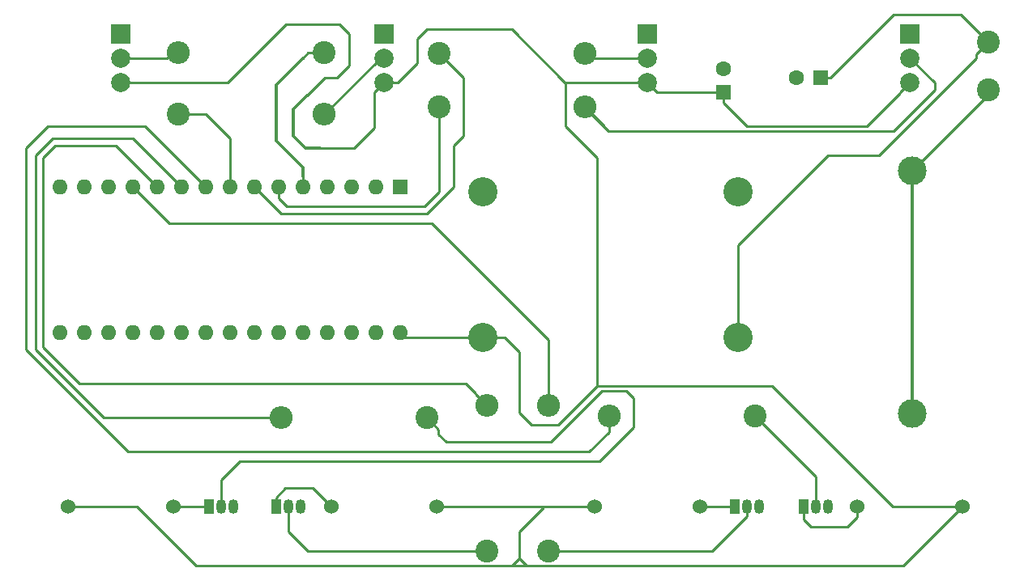
<source format=gbr>
G04 #@! TF.GenerationSoftware,KiCad,Pcbnew,5.0.2-bee76a0~70~ubuntu18.04.1*
G04 #@! TF.CreationDate,2019-01-02T21:03:54+01:00*
G04 #@! TF.ProjectId,magic-switchboard,6d616769-632d-4737-9769-746368626f61,v2*
G04 #@! TF.SameCoordinates,Original*
G04 #@! TF.FileFunction,Copper,L1,Top*
G04 #@! TF.FilePolarity,Positive*
%FSLAX46Y46*%
G04 Gerber Fmt 4.6, Leading zero omitted, Abs format (unit mm)*
G04 Created by KiCad (PCBNEW 5.0.2-bee76a0~70~ubuntu18.04.1) date Mi 02 Jan 2019 21:03:54 CET*
%MOMM*%
%LPD*%
G01*
G04 APERTURE LIST*
G04 #@! TA.AperFunction,ComponentPad*
%ADD10O,1.600000X1.600000*%
G04 #@! TD*
G04 #@! TA.AperFunction,ComponentPad*
%ADD11R,1.600000X1.600000*%
G04 #@! TD*
G04 #@! TA.AperFunction,ComponentPad*
%ADD12C,3.000000*%
G04 #@! TD*
G04 #@! TA.AperFunction,ComponentPad*
%ADD13C,1.600000*%
G04 #@! TD*
G04 #@! TA.AperFunction,ComponentPad*
%ADD14R,1.050000X1.500000*%
G04 #@! TD*
G04 #@! TA.AperFunction,ComponentPad*
%ADD15O,1.050000X1.500000*%
G04 #@! TD*
G04 #@! TA.AperFunction,ComponentPad*
%ADD16O,2.400000X2.400000*%
G04 #@! TD*
G04 #@! TA.AperFunction,ComponentPad*
%ADD17C,2.400000*%
G04 #@! TD*
G04 #@! TA.AperFunction,ComponentPad*
%ADD18C,2.000000*%
G04 #@! TD*
G04 #@! TA.AperFunction,ComponentPad*
%ADD19R,2.000000X2.000000*%
G04 #@! TD*
G04 #@! TA.AperFunction,ComponentPad*
%ADD20C,3.048000*%
G04 #@! TD*
G04 #@! TA.AperFunction,ComponentPad*
%ADD21C,1.524000*%
G04 #@! TD*
G04 #@! TA.AperFunction,Conductor*
%ADD22C,0.250000*%
G04 #@! TD*
G04 #@! TA.AperFunction,Conductor*
%ADD23C,0.350000*%
G04 #@! TD*
G04 APERTURE END LIST*
D10*
G04 #@! TO.P,A1,16*
G04 #@! TO.N,N/C*
X97366000Y-114290000D03*
G04 #@! TO.P,A1,15*
X97366000Y-99050000D03*
G04 #@! TO.P,A1,30*
G04 #@! TO.N,VCC*
X132926000Y-114290000D03*
G04 #@! TO.P,A1,14*
G04 #@! TO.N,N/C*
X99906000Y-99050000D03*
G04 #@! TO.P,A1,29*
G04 #@! TO.N,GND*
X130386000Y-114290000D03*
G04 #@! TO.P,A1,13*
G04 #@! TO.N,N/C*
X102446000Y-99050000D03*
G04 #@! TO.P,A1,28*
X127846000Y-114290000D03*
G04 #@! TO.P,A1,12*
G04 #@! TO.N,Net-(A1-Pad12)*
X104986000Y-99050000D03*
G04 #@! TO.P,A1,27*
G04 #@! TO.N,N/C*
X125306000Y-114290000D03*
G04 #@! TO.P,A1,11*
G04 #@! TO.N,Net-(A1-Pad11)*
X107526000Y-99050000D03*
G04 #@! TO.P,A1,26*
G04 #@! TO.N,N/C*
X122766000Y-114290000D03*
G04 #@! TO.P,A1,10*
G04 #@! TO.N,Net-(A1-Pad10)*
X110066000Y-99050000D03*
G04 #@! TO.P,A1,25*
G04 #@! TO.N,N/C*
X120226000Y-114290000D03*
G04 #@! TO.P,A1,9*
G04 #@! TO.N,Net-(A1-Pad9)*
X112606000Y-99050000D03*
G04 #@! TO.P,A1,24*
G04 #@! TO.N,N/C*
X117686000Y-114290000D03*
G04 #@! TO.P,A1,8*
G04 #@! TO.N,Net-(A1-Pad8)*
X115146000Y-99050000D03*
G04 #@! TO.P,A1,23*
G04 #@! TO.N,N/C*
X115146000Y-114290000D03*
G04 #@! TO.P,A1,7*
G04 #@! TO.N,Net-(A1-Pad7)*
X117686000Y-99050000D03*
G04 #@! TO.P,A1,22*
G04 #@! TO.N,N/C*
X112606000Y-114290000D03*
G04 #@! TO.P,A1,6*
G04 #@! TO.N,Net-(A1-Pad6)*
X120226000Y-99050000D03*
G04 #@! TO.P,A1,21*
G04 #@! TO.N,N/C*
X110066000Y-114290000D03*
G04 #@! TO.P,A1,5*
G04 #@! TO.N,Net-(A1-Pad5)*
X122766000Y-99050000D03*
G04 #@! TO.P,A1,20*
G04 #@! TO.N,N/C*
X107526000Y-114290000D03*
G04 #@! TO.P,A1,4*
X125306000Y-99050000D03*
G04 #@! TO.P,A1,19*
X104986000Y-114290000D03*
G04 #@! TO.P,A1,3*
X127846000Y-99050000D03*
G04 #@! TO.P,A1,18*
X102446000Y-114290000D03*
G04 #@! TO.P,A1,2*
X130386000Y-99050000D03*
G04 #@! TO.P,A1,17*
X99906000Y-114290000D03*
D11*
G04 #@! TO.P,A1,1*
X132926000Y-99050000D03*
G04 #@! TD*
D12*
G04 #@! TO.P,BT1,1*
G04 #@! TO.N,Net-(BT1-Pad1)*
X186500000Y-122700000D03*
X186500000Y-97300000D03*
G04 #@! TD*
D13*
G04 #@! TO.P,C1,2*
G04 #@! TO.N,GND*
X174368000Y-87620000D03*
D11*
G04 #@! TO.P,C1,1*
G04 #@! TO.N,Net-(C1-Pad1)*
X176868000Y-87620000D03*
G04 #@! TD*
D13*
G04 #@! TO.P,C2,2*
G04 #@! TO.N,GND*
X166708000Y-86644000D03*
D11*
G04 #@! TO.P,C2,1*
G04 #@! TO.N,VCC*
X166708000Y-89144000D03*
G04 #@! TD*
D14*
G04 #@! TO.P,Q1,1*
G04 #@! TO.N,Net-(D1-Pad1)*
X175090000Y-132500000D03*
D15*
G04 #@! TO.P,Q1,3*
G04 #@! TO.N,GND*
X177630000Y-132500000D03*
G04 #@! TO.P,Q1,2*
G04 #@! TO.N,Net-(Q1-Pad2)*
X176360000Y-132500000D03*
G04 #@! TD*
D14*
G04 #@! TO.P,Q2,1*
G04 #@! TO.N,Net-(D2-Pad1)*
X112960000Y-132500000D03*
D15*
G04 #@! TO.P,Q2,3*
G04 #@! TO.N,GND*
X115500000Y-132500000D03*
G04 #@! TO.P,Q2,2*
G04 #@! TO.N,Net-(Q2-Pad2)*
X114230000Y-132500000D03*
G04 #@! TD*
D14*
G04 #@! TO.P,Q3,1*
G04 #@! TO.N,Net-(D3-Pad1)*
X119972000Y-132500000D03*
D15*
G04 #@! TO.P,Q3,3*
G04 #@! TO.N,GND*
X122512000Y-132500000D03*
G04 #@! TO.P,Q3,2*
G04 #@! TO.N,Net-(Q3-Pad2)*
X121242000Y-132500000D03*
G04 #@! TD*
D14*
G04 #@! TO.P,Q4,1*
G04 #@! TO.N,Net-(D4-Pad1)*
X167960000Y-132500000D03*
D15*
G04 #@! TO.P,Q4,3*
G04 #@! TO.N,GND*
X170500000Y-132500000D03*
G04 #@! TO.P,Q4,2*
G04 #@! TO.N,Net-(Q4-Pad2)*
X169230000Y-132500000D03*
G04 #@! TD*
D16*
G04 #@! TO.P,R1,2*
G04 #@! TO.N,Net-(R1-Pad2)*
X109760000Y-85000000D03*
D17*
G04 #@! TO.P,R1,1*
G04 #@! TO.N,Net-(A1-Pad5)*
X125000000Y-85000000D03*
G04 #@! TD*
D16*
G04 #@! TO.P,R2,2*
G04 #@! TO.N,Net-(R2-Pad2)*
X152230000Y-90668000D03*
D17*
G04 #@! TO.P,R2,1*
G04 #@! TO.N,Net-(A1-Pad6)*
X136990000Y-90668000D03*
G04 #@! TD*
D16*
G04 #@! TO.P,R3,2*
G04 #@! TO.N,Net-(R3-Pad2)*
X152230000Y-85080000D03*
D17*
G04 #@! TO.P,R3,1*
G04 #@! TO.N,Net-(A1-Pad7)*
X136990000Y-85080000D03*
G04 #@! TD*
D16*
G04 #@! TO.P,R4,2*
G04 #@! TO.N,Net-(R4-Pad2)*
X125000000Y-91430000D03*
D17*
G04 #@! TO.P,R4,1*
G04 #@! TO.N,Net-(A1-Pad8)*
X109760000Y-91430000D03*
G04 #@! TD*
D16*
G04 #@! TO.P,R5,2*
G04 #@! TO.N,Net-(A1-Pad9)*
X154770000Y-123000000D03*
D17*
G04 #@! TO.P,R5,1*
G04 #@! TO.N,Net-(Q1-Pad2)*
X170010000Y-123000000D03*
G04 #@! TD*
D16*
G04 #@! TO.P,R6,2*
G04 #@! TO.N,Net-(A1-Pad10)*
X120480000Y-123180000D03*
D17*
G04 #@! TO.P,R6,1*
G04 #@! TO.N,Net-(Q2-Pad2)*
X135720000Y-123180000D03*
G04 #@! TD*
D16*
G04 #@! TO.P,R7,2*
G04 #@! TO.N,Net-(A1-Pad11)*
X142000000Y-121910000D03*
D17*
G04 #@! TO.P,R7,1*
G04 #@! TO.N,Net-(Q3-Pad2)*
X142000000Y-137150000D03*
G04 #@! TD*
D16*
G04 #@! TO.P,R8,2*
G04 #@! TO.N,Net-(A1-Pad12)*
X148420000Y-121910000D03*
D17*
G04 #@! TO.P,R8,1*
G04 #@! TO.N,Net-(Q4-Pad2)*
X148420000Y-137150000D03*
G04 #@! TD*
D18*
G04 #@! TO.P,S1,3*
G04 #@! TO.N,VCC*
X103750000Y-88080000D03*
G04 #@! TO.P,S1,2*
G04 #@! TO.N,Net-(R1-Pad2)*
X103750000Y-85540000D03*
D19*
G04 #@! TO.P,S1,1*
G04 #@! TO.N,GND*
X103750000Y-83000000D03*
G04 #@! TD*
D18*
G04 #@! TO.P,S2,3*
G04 #@! TO.N,VCC*
X186250000Y-88080000D03*
G04 #@! TO.P,S2,2*
G04 #@! TO.N,Net-(R2-Pad2)*
X186250000Y-85540000D03*
D19*
G04 #@! TO.P,S2,1*
G04 #@! TO.N,GND*
X186250000Y-83000000D03*
G04 #@! TD*
D18*
G04 #@! TO.P,S3,3*
G04 #@! TO.N,VCC*
X158750000Y-88080000D03*
G04 #@! TO.P,S3,2*
G04 #@! TO.N,Net-(R3-Pad2)*
X158750000Y-85540000D03*
D19*
G04 #@! TO.P,S3,1*
G04 #@! TO.N,GND*
X158750000Y-83000000D03*
G04 #@! TD*
D18*
G04 #@! TO.P,S4,3*
G04 #@! TO.N,VCC*
X131250000Y-88080000D03*
G04 #@! TO.P,S4,2*
G04 #@! TO.N,Net-(R4-Pad2)*
X131250000Y-85540000D03*
D19*
G04 #@! TO.P,S4,1*
G04 #@! TO.N,GND*
X131250000Y-83000000D03*
G04 #@! TD*
D17*
G04 #@! TO.P,SW1,2*
G04 #@! TO.N,Net-(C1-Pad1)*
X194394000Y-83890000D03*
G04 #@! TO.P,SW1,1*
G04 #@! TO.N,Net-(BT1-Pad1)*
X194394000Y-88890000D03*
G04 #@! TD*
D20*
G04 #@! TO.P,U1,4*
G04 #@! TO.N,VCC*
X141562000Y-114798000D03*
G04 #@! TO.P,U1,3*
G04 #@! TO.N,GND*
X141562000Y-99558000D03*
G04 #@! TO.P,U1,2*
X168232000Y-99558000D03*
G04 #@! TO.P,U1,1*
G04 #@! TO.N,Net-(C1-Pad1)*
X168232000Y-114798000D03*
G04 #@! TD*
D21*
G04 #@! TO.P,D1,2*
G04 #@! TO.N,VCC*
X191750000Y-132500000D03*
G04 #@! TO.P,D1,1*
G04 #@! TO.N,Net-(D1-Pad1)*
X180750000Y-132500000D03*
G04 #@! TD*
G04 #@! TO.P,D2,2*
G04 #@! TO.N,VCC*
X98250000Y-132500000D03*
G04 #@! TO.P,D2,1*
G04 #@! TO.N,Net-(D2-Pad1)*
X109250000Y-132500000D03*
G04 #@! TD*
G04 #@! TO.P,D3,2*
G04 #@! TO.N,VCC*
X136750000Y-132500000D03*
G04 #@! TO.P,D3,1*
G04 #@! TO.N,Net-(D3-Pad1)*
X125750000Y-132500000D03*
G04 #@! TD*
G04 #@! TO.P,D4,2*
G04 #@! TO.N,VCC*
X153250000Y-132500000D03*
G04 #@! TO.P,D4,1*
G04 #@! TO.N,Net-(D4-Pad1)*
X164250000Y-132500000D03*
G04 #@! TD*
D22*
G04 #@! TO.N,Net-(A1-Pad5)*
X122766000Y-97918630D02*
X122766000Y-99050000D01*
X123302944Y-85000000D02*
X122766000Y-85536944D01*
X125000000Y-85000000D02*
X123302944Y-85000000D01*
D23*
X122766000Y-97918630D02*
X122766000Y-97018000D01*
X122766000Y-97018000D02*
X119972000Y-94224000D01*
X119972000Y-94224000D02*
X119972000Y-88382000D01*
X122766000Y-85588000D02*
X122766000Y-85536944D01*
X119972000Y-88382000D02*
X122766000Y-85588000D01*
D22*
G04 #@! TO.N,Net-(A1-Pad6)*
X136990000Y-99558000D02*
X136990000Y-90668000D01*
X135466000Y-101082000D02*
X136990000Y-99558000D01*
X121126630Y-101082000D02*
X135466000Y-101082000D01*
X120226000Y-99050000D02*
X120226000Y-100181370D01*
X120226000Y-100181370D02*
X121126630Y-101082000D01*
G04 #@! TO.N,Net-(A1-Pad7)*
X120480000Y-101844000D02*
X135720000Y-101844000D01*
X117686000Y-99050000D02*
X120480000Y-101844000D01*
X135720000Y-101844000D02*
X138515001Y-99048999D01*
X139530000Y-93716000D02*
X139530000Y-87620000D01*
X138515001Y-99048999D02*
X138515001Y-94730999D01*
X139530000Y-87620000D02*
X136990000Y-85080000D01*
X138515001Y-94730999D02*
X139530000Y-93716000D01*
G04 #@! TO.N,Net-(A1-Pad8)*
X109760000Y-91430000D02*
X112606000Y-91430000D01*
X115146000Y-93970000D02*
X115146000Y-99050000D01*
X112606000Y-91430000D02*
X115146000Y-93970000D01*
G04 #@! TO.N,Net-(A1-Pad9)*
X154770000Y-124697056D02*
X152731056Y-126736000D01*
X154770000Y-123000000D02*
X154770000Y-124697056D01*
X152731056Y-126736000D02*
X104478000Y-126736000D01*
X104478000Y-126736000D02*
X93810000Y-116068000D01*
X93810000Y-116068000D02*
X93810000Y-94986000D01*
X93810000Y-94986000D02*
X96096000Y-92700000D01*
X106256000Y-92700000D02*
X112606000Y-99050000D01*
X96096000Y-92700000D02*
X106256000Y-92700000D01*
G04 #@! TO.N,Net-(A1-Pad10)*
X107780000Y-96764000D02*
X110066000Y-99050000D01*
X101938000Y-123180000D02*
X94826000Y-116068000D01*
X120480000Y-123180000D02*
X101938000Y-123180000D01*
X94826000Y-116068000D02*
X94826000Y-95748000D01*
X94826000Y-95748000D02*
X96604000Y-93970000D01*
X96604000Y-93970000D02*
X104986000Y-93970000D01*
X104986000Y-93970000D02*
X107780000Y-96764000D01*
G04 #@! TO.N,Net-(A1-Pad11)*
X140800001Y-120710001D02*
X140800001Y-120640001D01*
X142000000Y-121910000D02*
X140800001Y-120710001D01*
X140800001Y-120640001D02*
X139784000Y-119624000D01*
X139784000Y-119624000D02*
X99398000Y-119624000D01*
X99398000Y-119624000D02*
X95588000Y-115814000D01*
X95588000Y-115814000D02*
X95588000Y-96002000D01*
X95588000Y-96002000D02*
X96858000Y-94732000D01*
X103208000Y-94732000D02*
X107526000Y-99050000D01*
X96858000Y-94732000D02*
X103208000Y-94732000D01*
G04 #@! TO.N,Net-(A1-Pad12)*
X148420000Y-121910000D02*
X148420000Y-115052000D01*
X148420000Y-115052000D02*
X136228000Y-102860000D01*
X108796000Y-102860000D02*
X104986000Y-99050000D01*
X136228000Y-102860000D02*
X108796000Y-102860000D01*
G04 #@! TO.N,VCC*
X132720000Y-88080000D02*
X134704000Y-86096000D01*
X134704000Y-86096000D02*
X134704000Y-83556000D01*
X134704000Y-83556000D02*
X135720000Y-82540000D01*
X135720000Y-82540000D02*
X144610000Y-82540000D01*
X131250000Y-88080000D02*
X132720000Y-88080000D01*
X144610000Y-82540000D02*
X150150000Y-88080000D01*
X159814000Y-89144000D02*
X166708000Y-89144000D01*
X158750000Y-88080000D02*
X159814000Y-89144000D01*
X166708000Y-90194000D02*
X166708000Y-89144000D01*
X169214000Y-92700000D02*
X166708000Y-90194000D01*
X181694000Y-92700000D02*
X169214000Y-92700000D01*
X185186000Y-89208000D02*
X181694000Y-92700000D01*
X185186000Y-89144000D02*
X185186000Y-89208000D01*
X186250000Y-88080000D02*
X185186000Y-89144000D01*
X98250000Y-132500000D02*
X105416000Y-132500000D01*
X105416000Y-132500000D02*
X111591001Y-138675001D01*
X152228999Y-138675001D02*
X152230000Y-138674000D01*
X185576000Y-138674000D02*
X191750000Y-132500000D01*
X152230000Y-138674000D02*
X185576000Y-138674000D01*
X147912000Y-132500000D02*
X147912000Y-132578000D01*
X147912000Y-132500000D02*
X136750000Y-132500000D01*
X153250000Y-132500000D02*
X147912000Y-132500000D01*
X147912000Y-132578000D02*
X145372000Y-135118000D01*
X145372000Y-137913001D02*
X146134000Y-138675001D01*
X145372000Y-135118000D02*
X145372000Y-137913001D01*
X146134000Y-138675001D02*
X152228999Y-138675001D01*
X145372000Y-137913001D02*
X144610000Y-138675001D01*
X111591001Y-138675001D02*
X144610000Y-138675001D01*
X144610000Y-138675001D02*
X146134000Y-138675001D01*
X133434000Y-114798000D02*
X132926000Y-114290000D01*
X141562000Y-114798000D02*
X133434000Y-114798000D01*
X141562000Y-114798000D02*
X143848000Y-114798000D01*
X143848000Y-114798000D02*
X145372000Y-116322000D01*
X145372000Y-116322000D02*
X145372000Y-122672000D01*
X145372000Y-122672000D02*
X146642000Y-123942000D01*
X146642000Y-123942000D02*
X149436000Y-123942000D01*
X149436000Y-123942000D02*
X153500000Y-119878000D01*
X153500000Y-119878000D02*
X171788000Y-119878000D01*
X184410000Y-132500000D02*
X191750000Y-132500000D01*
X171788000Y-119878000D02*
X184410000Y-132500000D01*
X153500000Y-119878000D02*
X154770000Y-119878000D01*
X153500000Y-119878000D02*
X153500000Y-96002000D01*
X150198000Y-92700000D02*
X150198000Y-88080000D01*
X153500000Y-96002000D02*
X150198000Y-92700000D01*
X150150000Y-88080000D02*
X150198000Y-88080000D01*
X150198000Y-88080000D02*
X158750000Y-88080000D01*
X130250001Y-92835999D02*
X130250001Y-89079999D01*
X128100000Y-94986000D02*
X130250001Y-92835999D01*
X124544000Y-94986000D02*
X128100000Y-94986000D01*
X125052000Y-87620000D02*
X123216010Y-89455990D01*
X114940000Y-88080000D02*
X120988000Y-82032000D01*
X103750000Y-88080000D02*
X114940000Y-88080000D01*
X126322000Y-87620000D02*
X125052000Y-87620000D01*
X120988000Y-82032000D02*
X126576000Y-82032000D01*
X130250001Y-89079999D02*
X131250000Y-88080000D01*
X126576000Y-82032000D02*
X127592000Y-83048000D01*
X127592000Y-83048000D02*
X127592000Y-86350000D01*
X127592000Y-86350000D02*
X126322000Y-87620000D01*
D23*
X124544000Y-94986000D02*
X123020000Y-94986000D01*
X123020000Y-94986000D02*
X121750000Y-93716000D01*
X121750000Y-90922000D02*
X123216010Y-89455990D01*
X121750000Y-93716000D02*
X121750000Y-90922000D01*
D22*
G04 #@! TO.N,Net-(BT1-Pad1)*
X186500000Y-97300000D02*
X187999999Y-95800001D01*
X194394000Y-89406000D02*
X194394000Y-88890000D01*
X186500000Y-97300000D02*
X194394000Y-89406000D01*
D23*
X186500000Y-120578680D02*
X186500000Y-97300000D01*
X186500000Y-122700000D02*
X186500000Y-120578680D01*
D22*
G04 #@! TO.N,Net-(C1-Pad1)*
X193194001Y-85089999D02*
X193194001Y-85517999D01*
X194394000Y-83890000D02*
X193194001Y-85089999D01*
X193194001Y-85517999D02*
X182964000Y-95748000D01*
X182964000Y-95748000D02*
X177630000Y-95748000D01*
X168232000Y-105146000D02*
X168232000Y-114798000D01*
X177630000Y-95748000D02*
X168232000Y-105146000D01*
X194394000Y-83890000D02*
X191520000Y-81016000D01*
X191520000Y-81016000D02*
X184522000Y-81016000D01*
X177918000Y-87620000D02*
X176868000Y-87620000D01*
X184522000Y-81016000D02*
X177918000Y-87620000D01*
G04 #@! TO.N,Net-(D1-Pad1)*
X175090000Y-133848000D02*
X175090000Y-132500000D01*
X180750000Y-132500000D02*
X180750000Y-133577630D01*
X175852000Y-134610000D02*
X175090000Y-133848000D01*
X179717630Y-134610000D02*
X175852000Y-134610000D01*
X180750000Y-133577630D02*
X179717630Y-134610000D01*
G04 #@! TO.N,Net-(D2-Pad1)*
X109250000Y-132500000D02*
X112960000Y-132500000D01*
G04 #@! TO.N,Net-(D3-Pad1)*
X119972000Y-131500000D02*
X120926000Y-130546000D01*
X119972000Y-132500000D02*
X119972000Y-131500000D01*
X123796000Y-130546000D02*
X125750000Y-132500000D01*
X120926000Y-130546000D02*
X123796000Y-130546000D01*
G04 #@! TO.N,Net-(D4-Pad1)*
X164250000Y-132500000D02*
X167960000Y-132500000D01*
G04 #@! TO.N,Net-(Q1-Pad2)*
X176360000Y-129350000D02*
X176360000Y-132500000D01*
X170010000Y-123000000D02*
X176360000Y-129350000D01*
G04 #@! TO.N,Net-(Q2-Pad2)*
X156549001Y-120387001D02*
X157310000Y-121148000D01*
X156295001Y-120387001D02*
X156549001Y-120387001D01*
X153754000Y-127752000D02*
X116162000Y-127752000D01*
X156294000Y-120386000D02*
X156295001Y-120387001D01*
X136919999Y-124379999D02*
X136919999Y-124887999D01*
X135720000Y-123180000D02*
X136919999Y-124379999D01*
X114230000Y-129684000D02*
X114230000Y-132500000D01*
X157310000Y-124196000D02*
X153754000Y-127752000D01*
X137752000Y-125720000D02*
X148674000Y-125720000D01*
X157310000Y-121148000D02*
X157310000Y-124196000D01*
X148674000Y-125720000D02*
X154008000Y-120386000D01*
X116162000Y-127752000D02*
X114230000Y-129684000D01*
X136919999Y-124887999D02*
X137752000Y-125720000D01*
X154008000Y-120386000D02*
X156294000Y-120386000D01*
G04 #@! TO.N,Net-(Q3-Pad2)*
X123274000Y-137150000D02*
X142000000Y-137150000D01*
X121242000Y-132500000D02*
X121242000Y-135118000D01*
X121242000Y-135118000D02*
X123274000Y-137150000D01*
G04 #@! TO.N,Net-(Q4-Pad2)*
X165580000Y-137150000D02*
X169230000Y-133500000D01*
X169230000Y-133500000D02*
X169230000Y-132500000D01*
X148420000Y-137150000D02*
X165580000Y-137150000D01*
G04 #@! TO.N,Net-(R1-Pad2)*
X109082000Y-85000000D02*
X108542000Y-85540000D01*
X109760000Y-85000000D02*
X109082000Y-85000000D01*
X103750000Y-85540000D02*
X108542000Y-85540000D01*
G04 #@! TO.N,Net-(R2-Pad2)*
X185890000Y-85540000D02*
X186250000Y-85540000D01*
X154712009Y-93150009D02*
X184545991Y-93150009D01*
X184545991Y-93150009D02*
X188806000Y-88890000D01*
X188806000Y-88890000D02*
X188806000Y-88096000D01*
X188806000Y-88096000D02*
X186250000Y-85540000D01*
D23*
X154712009Y-93150009D02*
X152230000Y-90668000D01*
D22*
G04 #@! TO.N,Net-(R3-Pad2)*
X152690000Y-85540000D02*
X152230000Y-85080000D01*
X158750000Y-85540000D02*
X152690000Y-85540000D01*
G04 #@! TO.N,Net-(R4-Pad2)*
X130890000Y-85540000D02*
X131250000Y-85540000D01*
X125000000Y-91430000D02*
X130890000Y-85540000D01*
G04 #@! TD*
M02*

</source>
